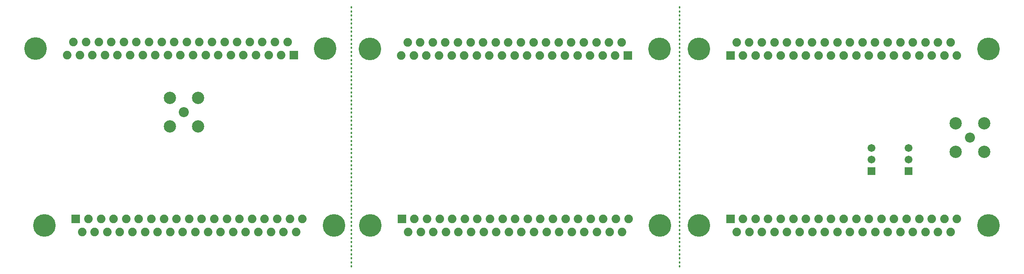
<source format=gbs>
G04 Layer_Color=16711935*
%FSLAX25Y25*%
%MOIN*%
G70*
G01*
G75*
%ADD69C,0.01800*%
%ADD70R,0.07453X0.07453*%
%ADD71C,0.07453*%
%ADD72C,0.19540*%
%ADD73C,0.06706*%
%ADD74R,0.06706X0.06706*%
%ADD75C,0.10642*%
%ADD76C,0.08674*%
D69*
X668500Y271500D02*
D03*
Y275000D02*
D03*
Y278500D02*
D03*
Y282000D02*
D03*
Y285500D02*
D03*
Y289000D02*
D03*
Y292500D02*
D03*
Y296000D02*
D03*
Y299500D02*
D03*
Y303000D02*
D03*
Y306500D02*
D03*
Y310000D02*
D03*
Y313500D02*
D03*
Y317000D02*
D03*
Y320500D02*
D03*
Y324000D02*
D03*
Y327500D02*
D03*
Y331000D02*
D03*
Y334500D02*
D03*
Y338000D02*
D03*
Y341500D02*
D03*
Y345000D02*
D03*
Y348500D02*
D03*
Y352000D02*
D03*
Y355500D02*
D03*
Y359000D02*
D03*
Y362500D02*
D03*
Y366000D02*
D03*
Y369500D02*
D03*
Y373000D02*
D03*
Y376500D02*
D03*
Y380000D02*
D03*
Y383500D02*
D03*
Y387000D02*
D03*
Y390500D02*
D03*
Y394000D02*
D03*
Y397500D02*
D03*
Y401000D02*
D03*
Y404500D02*
D03*
Y408000D02*
D03*
Y411500D02*
D03*
Y415000D02*
D03*
Y418500D02*
D03*
Y422000D02*
D03*
Y425500D02*
D03*
Y429000D02*
D03*
Y432500D02*
D03*
Y436000D02*
D03*
Y439500D02*
D03*
Y443000D02*
D03*
Y446500D02*
D03*
Y450000D02*
D03*
Y453500D02*
D03*
Y457000D02*
D03*
Y460500D02*
D03*
Y464000D02*
D03*
Y467500D02*
D03*
Y471000D02*
D03*
Y474500D02*
D03*
Y478000D02*
D03*
Y481500D02*
D03*
Y485000D02*
D03*
Y488500D02*
D03*
Y492000D02*
D03*
Y495500D02*
D03*
X385000D02*
D03*
Y492000D02*
D03*
Y488500D02*
D03*
Y485000D02*
D03*
Y481500D02*
D03*
Y478000D02*
D03*
Y474500D02*
D03*
Y471000D02*
D03*
Y467500D02*
D03*
Y464000D02*
D03*
Y460500D02*
D03*
Y457000D02*
D03*
Y453500D02*
D03*
Y450000D02*
D03*
Y446500D02*
D03*
Y443000D02*
D03*
Y439500D02*
D03*
Y436000D02*
D03*
Y432500D02*
D03*
Y429000D02*
D03*
Y425500D02*
D03*
Y422000D02*
D03*
Y418500D02*
D03*
Y415000D02*
D03*
Y411500D02*
D03*
Y408000D02*
D03*
Y404500D02*
D03*
Y401000D02*
D03*
Y397500D02*
D03*
Y394000D02*
D03*
Y390500D02*
D03*
Y387000D02*
D03*
Y383500D02*
D03*
Y380000D02*
D03*
Y376500D02*
D03*
Y373000D02*
D03*
Y369500D02*
D03*
Y366000D02*
D03*
Y362500D02*
D03*
Y359000D02*
D03*
Y355500D02*
D03*
Y352000D02*
D03*
Y348500D02*
D03*
Y345000D02*
D03*
Y341500D02*
D03*
Y338000D02*
D03*
Y334500D02*
D03*
Y331000D02*
D03*
Y327500D02*
D03*
Y324000D02*
D03*
Y320500D02*
D03*
Y317000D02*
D03*
Y313500D02*
D03*
Y310000D02*
D03*
Y306500D02*
D03*
Y303000D02*
D03*
Y299500D02*
D03*
Y296000D02*
D03*
Y292500D02*
D03*
Y289000D02*
D03*
Y285500D02*
D03*
Y282000D02*
D03*
Y278500D02*
D03*
Y275000D02*
D03*
Y271500D02*
D03*
D70*
X335287Y454409D02*
D03*
X623688Y454009D02*
D03*
X428613Y312591D02*
D03*
X712220Y312500D02*
D03*
X712205Y454000D02*
D03*
X147138Y312492D02*
D03*
D71*
X139697Y454409D02*
D03*
X324421D02*
D03*
X313555D02*
D03*
X302689D02*
D03*
X291823D02*
D03*
X280957D02*
D03*
X270091D02*
D03*
X259225D02*
D03*
X248358D02*
D03*
X237492D02*
D03*
X226626D02*
D03*
X215760D02*
D03*
X204894D02*
D03*
X194028D02*
D03*
X183161D02*
D03*
X172295D02*
D03*
X161429D02*
D03*
X150563D02*
D03*
X329858Y465590D02*
D03*
X318992D02*
D03*
X308126D02*
D03*
X297260D02*
D03*
X286394D02*
D03*
X275528D02*
D03*
X264662D02*
D03*
X253795D02*
D03*
X242929D02*
D03*
X232063D02*
D03*
X221197D02*
D03*
X210331D02*
D03*
X199465D02*
D03*
X188599D02*
D03*
X177732D02*
D03*
X166866D02*
D03*
X156000D02*
D03*
X145134D02*
D03*
X433534Y465191D02*
D03*
X444400D02*
D03*
X455266D02*
D03*
X466132D02*
D03*
X476999D02*
D03*
X487865D02*
D03*
X498731D02*
D03*
X509597D02*
D03*
X520463D02*
D03*
X531329D02*
D03*
X542195D02*
D03*
X553061D02*
D03*
X563928D02*
D03*
X574794D02*
D03*
X585660D02*
D03*
X596526D02*
D03*
X607392D02*
D03*
X618258D02*
D03*
X438963Y454009D02*
D03*
X449829D02*
D03*
X460695D02*
D03*
X471561D02*
D03*
X482428D02*
D03*
X493294D02*
D03*
X504160D02*
D03*
X515026D02*
D03*
X525892D02*
D03*
X536758D02*
D03*
X547624D02*
D03*
X558491D02*
D03*
X569357D02*
D03*
X580223D02*
D03*
X591089D02*
D03*
X601955D02*
D03*
X612821D02*
D03*
X428097D02*
D03*
X624203Y312591D02*
D03*
X439479D02*
D03*
X450345D02*
D03*
X461211D02*
D03*
X472077D02*
D03*
X482943D02*
D03*
X493809D02*
D03*
X504675D02*
D03*
X515542D02*
D03*
X526408D02*
D03*
X537274D02*
D03*
X548140D02*
D03*
X559006D02*
D03*
X569872D02*
D03*
X580738D02*
D03*
X591605D02*
D03*
X602471D02*
D03*
X613337D02*
D03*
X434042Y301410D02*
D03*
X444908D02*
D03*
X455774D02*
D03*
X466640D02*
D03*
X477506D02*
D03*
X488372D02*
D03*
X499238D02*
D03*
X510105D02*
D03*
X520971D02*
D03*
X531837D02*
D03*
X542703D02*
D03*
X553569D02*
D03*
X564435D02*
D03*
X575302D02*
D03*
X586168D02*
D03*
X597034D02*
D03*
X607900D02*
D03*
X618766D02*
D03*
X902374Y301319D02*
D03*
X891508D02*
D03*
X880642D02*
D03*
X869775D02*
D03*
X858909D02*
D03*
X848043D02*
D03*
X837177D02*
D03*
X826311D02*
D03*
X815445D02*
D03*
X804579D02*
D03*
X793713D02*
D03*
X782846D02*
D03*
X771980D02*
D03*
X761114D02*
D03*
X750248D02*
D03*
X739382D02*
D03*
X728516D02*
D03*
X717650D02*
D03*
X896945Y312500D02*
D03*
X886079D02*
D03*
X875212D02*
D03*
X864346D02*
D03*
X853480D02*
D03*
X842614D02*
D03*
X831748D02*
D03*
X820882D02*
D03*
X810016D02*
D03*
X799150D02*
D03*
X788283D02*
D03*
X777417D02*
D03*
X766551D02*
D03*
X755685D02*
D03*
X744819D02*
D03*
X733953D02*
D03*
X723087D02*
D03*
X907811D02*
D03*
X902358Y465181D02*
D03*
X891492D02*
D03*
X880626D02*
D03*
X869760D02*
D03*
X858894D02*
D03*
X848028D02*
D03*
X837161D02*
D03*
X826295D02*
D03*
X815429D02*
D03*
X804563D02*
D03*
X793697D02*
D03*
X782831D02*
D03*
X771965D02*
D03*
X761098D02*
D03*
X750232D02*
D03*
X739366D02*
D03*
X728500D02*
D03*
X717634D02*
D03*
X896929Y454000D02*
D03*
X886063D02*
D03*
X875197D02*
D03*
X864331D02*
D03*
X853465D02*
D03*
X842598D02*
D03*
X831732D02*
D03*
X820866D02*
D03*
X810000D02*
D03*
X799134D02*
D03*
X788268D02*
D03*
X777402D02*
D03*
X766535D02*
D03*
X755669D02*
D03*
X744803D02*
D03*
X733937D02*
D03*
X723071D02*
D03*
X907795D02*
D03*
X337291Y301311D02*
D03*
X326425D02*
D03*
X315559D02*
D03*
X304693D02*
D03*
X293827D02*
D03*
X282961D02*
D03*
X272094D02*
D03*
X261228D02*
D03*
X250362D02*
D03*
X239496D02*
D03*
X228630D02*
D03*
X217764D02*
D03*
X206898D02*
D03*
X196031D02*
D03*
X185165D02*
D03*
X174299D02*
D03*
X163433D02*
D03*
X152567D02*
D03*
X331862Y312492D02*
D03*
X320996D02*
D03*
X310130D02*
D03*
X299264D02*
D03*
X288398D02*
D03*
X277531D02*
D03*
X266665D02*
D03*
X255799D02*
D03*
X244933D02*
D03*
X234067D02*
D03*
X223201D02*
D03*
X212335D02*
D03*
X201468D02*
D03*
X190602D02*
D03*
X179736D02*
D03*
X168870D02*
D03*
X158004D02*
D03*
X342728D02*
D03*
D72*
X112500Y460000D02*
D03*
X362500D02*
D03*
X650900Y459600D02*
D03*
X400900D02*
D03*
X651400Y307000D02*
D03*
X401400D02*
D03*
X685008Y306909D02*
D03*
X935008D02*
D03*
X685008Y459591D02*
D03*
X935008D02*
D03*
X119925Y306902D02*
D03*
X369925D02*
D03*
D73*
X834000Y364000D02*
D03*
Y374000D02*
D03*
X866000Y364000D02*
D03*
Y374000D02*
D03*
D74*
X834000Y354000D02*
D03*
X866000D02*
D03*
D75*
X252823Y392677D02*
D03*
X228177D02*
D03*
Y417323D02*
D03*
X252823D02*
D03*
X931323Y370677D02*
D03*
Y395323D02*
D03*
X906677D02*
D03*
Y370677D02*
D03*
D76*
X240500Y405000D02*
D03*
X919000Y383000D02*
D03*
M02*

</source>
